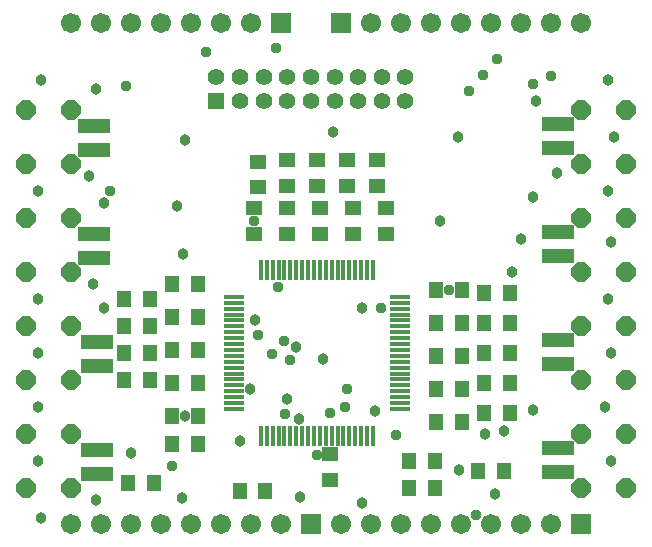
<source format=gts>
G75*
%MOIN*%
%OFA0B0*%
%FSLAX25Y25*%
%IPPOS*%
%LPD*%
%AMOC8*
5,1,8,0,0,1.08239X$1,22.5*
%
%ADD10R,0.05800X0.04800*%
%ADD11R,0.04800X0.05800*%
%ADD12R,0.02600X0.04800*%
%ADD13OC8,0.06400*%
%ADD14R,0.06700X0.06700*%
%ADD15C,0.06700*%
%ADD16R,0.01824X0.06706*%
%ADD17R,0.06706X0.01824*%
%ADD18R,0.05556X0.05556*%
%ADD19C,0.05556*%
%ADD20C,0.03778*%
%ADD21C,0.03800*%
D10*
X0112000Y0023181D03*
X0112000Y0031780D03*
X0108500Y0105220D03*
X0108500Y0113819D03*
X0107500Y0121181D03*
X0097500Y0121181D03*
X0097500Y0113819D03*
X0097500Y0105220D03*
X0086500Y0105220D03*
X0086500Y0113819D03*
X0088000Y0120681D03*
X0088000Y0129280D03*
X0097500Y0129780D03*
X0107500Y0129780D03*
X0117500Y0129780D03*
X0127500Y0129780D03*
X0127500Y0121181D03*
X0130500Y0113819D03*
X0130500Y0105220D03*
X0119500Y0105220D03*
X0119500Y0113819D03*
X0117500Y0121181D03*
D11*
X0147220Y0086500D03*
X0155819Y0086500D03*
X0163181Y0085500D03*
X0171780Y0085500D03*
X0171780Y0075500D03*
X0163181Y0075500D03*
X0155819Y0075500D03*
X0147220Y0075500D03*
X0147220Y0064500D03*
X0155819Y0064500D03*
X0163181Y0065500D03*
X0171780Y0065500D03*
X0171780Y0055500D03*
X0163181Y0055500D03*
X0155819Y0053500D03*
X0147220Y0053500D03*
X0147220Y0042500D03*
X0155819Y0042500D03*
X0163181Y0045500D03*
X0171780Y0045500D03*
X0169819Y0026000D03*
X0161220Y0026000D03*
X0146780Y0029500D03*
X0138181Y0029500D03*
X0138220Y0020500D03*
X0146819Y0020500D03*
X0090319Y0019500D03*
X0081720Y0019500D03*
X0067819Y0035000D03*
X0059220Y0035000D03*
X0059181Y0044500D03*
X0067780Y0044500D03*
X0067780Y0055500D03*
X0059181Y0055500D03*
X0051819Y0056500D03*
X0043220Y0056500D03*
X0043220Y0065500D03*
X0051819Y0065500D03*
X0059181Y0066500D03*
X0067780Y0066500D03*
X0067780Y0077500D03*
X0059181Y0077500D03*
X0051819Y0074500D03*
X0043220Y0074500D03*
X0043220Y0083500D03*
X0051819Y0083500D03*
X0059181Y0088500D03*
X0067780Y0088500D03*
X0053280Y0022000D03*
X0044681Y0022000D03*
D12*
X0038100Y0025300D03*
X0035500Y0025300D03*
X0032900Y0025300D03*
X0030300Y0025300D03*
X0030300Y0033100D03*
X0032900Y0033100D03*
X0035500Y0033100D03*
X0038100Y0033100D03*
X0038100Y0061300D03*
X0035500Y0061300D03*
X0032900Y0061300D03*
X0030300Y0061300D03*
X0030300Y0069100D03*
X0032900Y0069100D03*
X0035500Y0069100D03*
X0038100Y0069100D03*
X0037100Y0097300D03*
X0034500Y0097300D03*
X0031900Y0097300D03*
X0029300Y0097300D03*
X0029300Y0105100D03*
X0031900Y0105100D03*
X0034500Y0105100D03*
X0037100Y0105100D03*
X0037100Y0133300D03*
X0034500Y0133300D03*
X0031900Y0133300D03*
X0029300Y0133300D03*
X0029300Y0141100D03*
X0031900Y0141100D03*
X0034500Y0141100D03*
X0037100Y0141100D03*
X0183900Y0141700D03*
X0186500Y0141700D03*
X0189100Y0141700D03*
X0191700Y0141700D03*
X0191700Y0133900D03*
X0189100Y0133900D03*
X0186500Y0133900D03*
X0183900Y0133900D03*
X0183900Y0105700D03*
X0186500Y0105700D03*
X0189100Y0105700D03*
X0191700Y0105700D03*
X0191700Y0097900D03*
X0189100Y0097900D03*
X0186500Y0097900D03*
X0183900Y0097900D03*
X0183900Y0069700D03*
X0186500Y0069700D03*
X0189100Y0069700D03*
X0191700Y0069700D03*
X0191700Y0061900D03*
X0189100Y0061900D03*
X0186500Y0061900D03*
X0183900Y0061900D03*
X0183900Y0033700D03*
X0186500Y0033700D03*
X0189100Y0033700D03*
X0191700Y0033700D03*
X0191700Y0025900D03*
X0189100Y0025900D03*
X0186500Y0025900D03*
X0183900Y0025900D03*
D13*
X0195500Y0020500D03*
X0210500Y0020500D03*
X0210500Y0038500D03*
X0195500Y0038500D03*
X0195500Y0056500D03*
X0210500Y0056500D03*
X0210500Y0074500D03*
X0195500Y0074500D03*
X0195500Y0092500D03*
X0210500Y0092500D03*
X0210500Y0110500D03*
X0195500Y0110500D03*
X0195500Y0128500D03*
X0210500Y0128500D03*
X0210500Y0146500D03*
X0195500Y0146500D03*
X0025500Y0146500D03*
X0010500Y0146500D03*
X0010500Y0128500D03*
X0025500Y0128500D03*
X0025500Y0110500D03*
X0010500Y0110500D03*
X0010500Y0092500D03*
X0025500Y0092500D03*
X0025500Y0074500D03*
X0010500Y0074500D03*
X0010500Y0056500D03*
X0025500Y0056500D03*
X0025500Y0038500D03*
X0010500Y0038500D03*
X0010500Y0020500D03*
X0025500Y0020500D03*
D14*
X0105500Y0008500D03*
X0195500Y0008500D03*
X0115500Y0175500D03*
X0095500Y0175500D03*
D15*
X0085500Y0175500D03*
X0075500Y0175500D03*
X0065500Y0175500D03*
X0055500Y0175500D03*
X0045500Y0175500D03*
X0035500Y0175500D03*
X0025500Y0175500D03*
X0125500Y0175500D03*
X0135500Y0175500D03*
X0145500Y0175500D03*
X0155500Y0175500D03*
X0165500Y0175500D03*
X0175500Y0175500D03*
X0185500Y0175500D03*
X0195500Y0175500D03*
X0185500Y0008500D03*
X0175500Y0008500D03*
X0165500Y0008500D03*
X0155500Y0008500D03*
X0145500Y0008500D03*
X0135500Y0008500D03*
X0125500Y0008500D03*
X0115500Y0008500D03*
X0095500Y0008500D03*
X0085500Y0008500D03*
X0075500Y0008500D03*
X0065500Y0008500D03*
X0055500Y0008500D03*
X0045500Y0008500D03*
X0035500Y0008500D03*
X0025500Y0008500D03*
D16*
X0088799Y0037941D03*
X0090768Y0037941D03*
X0092736Y0037941D03*
X0094705Y0037941D03*
X0096673Y0037941D03*
X0098642Y0037941D03*
X0100610Y0037941D03*
X0102579Y0037941D03*
X0104547Y0037941D03*
X0106516Y0037941D03*
X0108484Y0037941D03*
X0110453Y0037941D03*
X0112421Y0037941D03*
X0114390Y0037941D03*
X0116358Y0037941D03*
X0118327Y0037941D03*
X0120295Y0037941D03*
X0122264Y0037941D03*
X0124232Y0037941D03*
X0126201Y0037941D03*
X0126201Y0093059D03*
X0124232Y0093059D03*
X0122264Y0093059D03*
X0120295Y0093059D03*
X0118327Y0093059D03*
X0116358Y0093059D03*
X0114390Y0093059D03*
X0112421Y0093059D03*
X0110453Y0093059D03*
X0108484Y0093059D03*
X0106516Y0093059D03*
X0104547Y0093059D03*
X0102579Y0093059D03*
X0100610Y0093059D03*
X0098642Y0093059D03*
X0096673Y0093059D03*
X0094705Y0093059D03*
X0092736Y0093059D03*
X0090768Y0093059D03*
X0088799Y0093059D03*
D17*
X0079941Y0084201D03*
X0079941Y0082232D03*
X0079941Y0080264D03*
X0079941Y0078295D03*
X0079941Y0076327D03*
X0079941Y0074358D03*
X0079941Y0072390D03*
X0079941Y0070421D03*
X0079941Y0068453D03*
X0079941Y0066484D03*
X0079941Y0064516D03*
X0079941Y0062547D03*
X0079941Y0060579D03*
X0079941Y0058610D03*
X0079941Y0056642D03*
X0079941Y0054673D03*
X0079941Y0052705D03*
X0079941Y0050736D03*
X0079941Y0048768D03*
X0079941Y0046799D03*
X0135059Y0046799D03*
X0135059Y0048768D03*
X0135059Y0050736D03*
X0135059Y0052705D03*
X0135059Y0054673D03*
X0135059Y0056642D03*
X0135059Y0058610D03*
X0135059Y0060579D03*
X0135059Y0062547D03*
X0135059Y0064516D03*
X0135059Y0066484D03*
X0135059Y0068453D03*
X0135059Y0070421D03*
X0135059Y0072390D03*
X0135059Y0074358D03*
X0135059Y0076327D03*
X0135059Y0078295D03*
X0135059Y0080264D03*
X0135059Y0082232D03*
X0135059Y0084201D03*
D18*
X0074004Y0149563D03*
D19*
X0081878Y0149563D03*
X0089752Y0149563D03*
X0097626Y0149563D03*
X0105500Y0149563D03*
X0105500Y0157437D03*
X0097626Y0157437D03*
X0089752Y0157437D03*
X0081878Y0157437D03*
X0074004Y0157437D03*
X0113374Y0157437D03*
X0121248Y0157437D03*
X0121248Y0149563D03*
X0113374Y0149563D03*
X0129122Y0149563D03*
X0136996Y0149563D03*
X0136996Y0157437D03*
X0129122Y0157437D03*
D20*
X0158089Y0152911D03*
X0162775Y0158225D03*
X0167461Y0163539D03*
X0179500Y0155000D03*
X0185500Y0157948D03*
X0151500Y0086500D03*
X0129000Y0080500D03*
X0098500Y0063000D03*
X0092500Y0065000D03*
X0096500Y0069500D03*
X0088000Y0071500D03*
X0094500Y0087500D03*
X0086500Y0109500D03*
X0038500Y0119500D03*
X0044000Y0154500D03*
X0070450Y0165889D03*
X0094000Y0167000D03*
X0117681Y0053500D03*
X0117000Y0047319D03*
X0112000Y0045500D03*
X0107500Y0031500D03*
X0097000Y0045000D03*
X0090319Y0019500D03*
X0059220Y0027941D03*
X0134000Y0038000D03*
X0160500Y0011500D03*
X0169819Y0026000D03*
D21*
X0015500Y0010500D03*
X0034000Y0016500D03*
X0045500Y0032000D03*
X0063500Y0044500D03*
X0082000Y0036000D03*
X0097500Y0050000D03*
X0101500Y0043500D03*
X0085200Y0053500D03*
X0100500Y0067500D03*
X0109500Y0063500D03*
X0122500Y0080500D03*
X0087000Y0076500D03*
X0063000Y0098500D03*
X0061000Y0114500D03*
X0063500Y0136500D03*
X0036500Y0115500D03*
X0031500Y0124500D03*
X0014500Y0119500D03*
X0033000Y0088500D03*
X0036500Y0080500D03*
X0014500Y0083500D03*
X0014500Y0065500D03*
X0014500Y0047500D03*
X0014500Y0029500D03*
X0062500Y0017000D03*
X0081500Y0020000D03*
X0102000Y0017500D03*
X0122500Y0015500D03*
X0155000Y0026500D03*
X0167000Y0018500D03*
X0163500Y0038500D03*
X0170000Y0039500D03*
X0179500Y0046500D03*
X0203500Y0047500D03*
X0205500Y0029500D03*
X0205500Y0065500D03*
X0204500Y0083500D03*
X0205500Y0102500D03*
X0204500Y0119500D03*
X0187500Y0125500D03*
X0179500Y0117500D03*
X0175500Y0103500D03*
X0172500Y0092500D03*
X0148500Y0109500D03*
X0154500Y0137500D03*
X0180500Y0149500D03*
X0204500Y0156500D03*
X0206500Y0137500D03*
X0113000Y0139000D03*
X0034000Y0153500D03*
X0015500Y0156500D03*
X0127000Y0046000D03*
M02*

</source>
